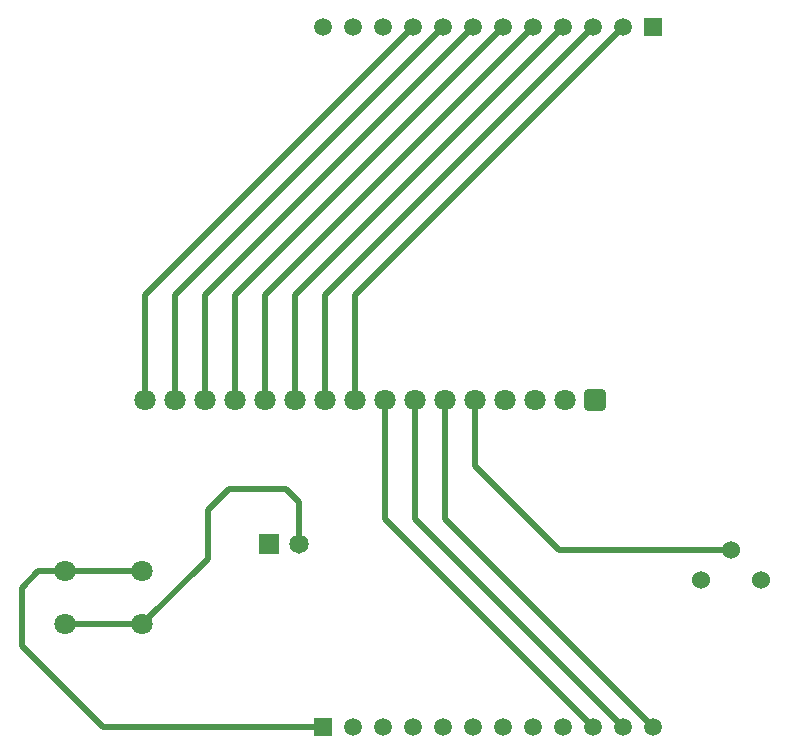
<source format=gbl>
G04 Layer_Physical_Order=2*
G04 Layer_Color=16711680*
%FSLAX25Y25*%
%MOIN*%
G70*
G01*
G75*
%ADD11C,0.02000*%
%ADD12C,0.07087*%
%ADD13R,0.06500X0.06500*%
%ADD14C,0.06500*%
%ADD15C,0.06000*%
%ADD16R,0.05906X0.05906*%
%ADD17C,0.05906*%
G04:AMPARAMS|DCode=18|XSize=70.87mil|YSize=70.87mil|CornerRadius=8.86mil|HoleSize=0mil|Usage=FLASHONLY|Rotation=180.000|XOffset=0mil|YOffset=0mil|HoleType=Round|Shape=RoundedRectangle|*
%AMROUNDEDRECTD18*
21,1,0.07087,0.05315,0,0,180.0*
21,1,0.05315,0.07087,0,0,180.0*
1,1,0.01772,-0.02658,0.02658*
1,1,0.01772,0.02658,0.02658*
1,1,0.01772,0.02658,-0.02658*
1,1,0.01772,-0.02658,-0.02658*
%
%ADD18ROUNDEDRECTD18*%
D11*
X386000Y167000D02*
X459500D01*
X359000Y194000D02*
X386000Y167000D01*
X359000Y194000D02*
Y213500D01*
X364500Y219000D01*
X373500D01*
Y201284D02*
X399091D01*
X373500Y219000D02*
X399091D01*
X451500Y228000D02*
Y242000D01*
X447000Y246500D02*
X451500Y242000D01*
X428000Y246500D02*
X447000D01*
X421000Y239500D02*
X428000Y246500D01*
X421000Y223193D02*
Y239500D01*
X399091Y201284D02*
X421000Y223193D01*
X538000Y226000D02*
X595500D01*
X510000Y254000D02*
X538000Y226000D01*
X510000Y254000D02*
Y276000D01*
X500000Y236500D02*
X569500Y167000D01*
X500000Y236500D02*
Y276000D01*
X490000Y236500D02*
X559500Y167000D01*
X490000Y236500D02*
Y276000D01*
X480000Y236500D02*
X549500Y167000D01*
X480000Y236500D02*
Y276000D01*
X470000Y311000D02*
X559500Y400500D01*
X470000Y276000D02*
Y311000D01*
X460000D02*
X549500Y400500D01*
X460000Y276000D02*
Y311000D01*
X450000D02*
X539500Y400500D01*
X450000Y276000D02*
Y311000D01*
X440000D02*
X529500Y400500D01*
X440000Y276000D02*
Y311000D01*
X400000Y276000D02*
Y311000D01*
X489500Y400500D01*
X410000Y276000D02*
Y311000D01*
X499500Y400500D01*
X420000Y276000D02*
Y311000D01*
X509500Y400500D01*
X430000Y276000D02*
Y311000D01*
X519500Y400500D01*
D12*
X373500Y219000D02*
D03*
X399091D02*
D03*
X373500Y201284D02*
D03*
X399091D02*
D03*
X540000Y276000D02*
D03*
X530000D02*
D03*
X520000D02*
D03*
X510000D02*
D03*
X500000D02*
D03*
X490000D02*
D03*
X480000D02*
D03*
X470000D02*
D03*
X460000D02*
D03*
X420000D02*
D03*
X430000D02*
D03*
X440000D02*
D03*
X450000D02*
D03*
X400000D02*
D03*
X410000D02*
D03*
D13*
X441500Y228000D02*
D03*
D14*
X451500D02*
D03*
D15*
X605500Y216000D02*
D03*
X595500Y226000D02*
D03*
X585500Y216000D02*
D03*
D16*
X459500Y167000D02*
D03*
X569500Y400500D02*
D03*
D17*
X469500Y167000D02*
D03*
X479500D02*
D03*
X489500D02*
D03*
X499500D02*
D03*
X509500D02*
D03*
X519500D02*
D03*
X529500D02*
D03*
X539500D02*
D03*
X549500D02*
D03*
X559500D02*
D03*
X569500D02*
D03*
X559500Y400500D02*
D03*
X549500D02*
D03*
X539500D02*
D03*
X529500D02*
D03*
X519500D02*
D03*
X509500D02*
D03*
X499500D02*
D03*
X489500D02*
D03*
X479500D02*
D03*
X469500D02*
D03*
X459500D02*
D03*
D18*
X550000Y276000D02*
D03*
M02*

</source>
